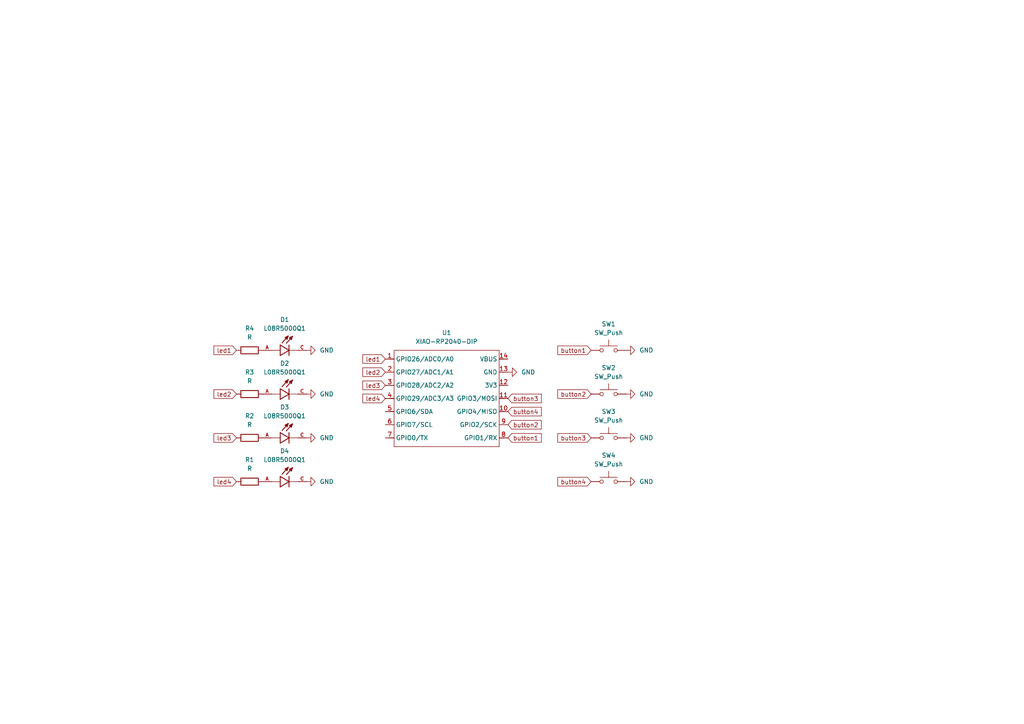
<source format=kicad_sch>
(kicad_sch (version 20250114) (generator "eeschema") (generator_version "9.0")
  (paper "A4")
  (lib_symbols
    (symbol "Device:R" (pin_numbers (hide yes)) (pin_names (offset 0))
      (property "Reference" "R" (at 2.032 0 90))
      (property "Value" "R" (at 0 0 90))
      (symbol "R_0_1"
        (rectangle (start -1.016 -2.54) (end 1.016 2.54) (stroke (width 0.254)))
      )
      (symbol "R_1_1"
        (pin passive line (at 0 3.81 270) (length 1.27) (name "~") (number "1"))
        (pin passive line (at 0 -3.81 90) (length 1.27) (name "~") (number "2"))
      )
    )
    (symbol "L08R5000Q1:L08R5000Q1" (pin_names (offset 1.016))
      (property "Reference" "D" (at -3.0988 4.4958 0))
      (property "Value" "L08R5000Q1" (at -3.556 -3.302 0))
      (symbol "L08R5000Q1_0_0"
        (polyline (pts (xy -2.54 1.524) (xy -2.54 0)) (stroke (width 0.254)))
        (polyline (pts (xy -2.54 0) (xy -5.08 0)) (stroke (width 0.1524)))
        (polyline (pts (xy -2.54 0) (xy -2.54 -1.524)) (stroke (width 0.254)))
        (polyline (pts (xy -2.54 -1.524) (xy 0 0)) (stroke (width 0.254)))
        (polyline (pts (xy -1.1176 3.683) (xy -0.2286 4.1656)) (stroke (width 0.254)))
        (polyline (pts (xy -0.9398 3.6068) (xy -0.7112 3.7592)) (stroke (width 0.254)))
        (polyline (pts (xy -0.5588 3.2004) (xy -1.1176 3.683)) (stroke (width 0.254)))
        (polyline (pts (xy -0.5588 3.2004) (xy -0.5334 3.937)) (stroke (width 0.254)))
        (polyline (pts (xy -0.5334 3.937) (xy -0.6604 3.937)) (stroke (width 0.254)))
        (polyline (pts (xy -0.2286 4.1656) (xy -2.0066 2.1336)) (stroke (width 0.254)))
        (polyline (pts (xy -0.2286 4.1656) (xy -0.5588 3.2004)) (stroke (width 0.254)))
        (polyline (pts (xy 0 1.524) (xy 0 0)) (stroke (width 0.254)))
        (polyline (pts (xy 0 0) (xy -2.54 1.524)) (stroke (width 0.254)))
        (polyline (pts (xy 0 0) (xy 0 -1.524)) (stroke (width 0.254)))
        (polyline (pts (xy 0.127 3.5814) (xy 1.016 4.064)) (stroke (width 0.254)))
        (polyline (pts (xy 0.3048 3.5052) (xy 0.5334 3.6576)) (stroke (width 0.254)))
        (polyline (pts (xy 0.6858 3.0988) (xy 0.127 3.5814)) (stroke (width 0.254)))
        (polyline (pts (xy 0.6858 3.0988) (xy 0.7112 3.8354)) (stroke (width 0.254)))
        (polyline (pts (xy 0.7112 3.8354) (xy 0.5842 3.8354)) (stroke (width 0.254)))
        (polyline (pts (xy 1.016 4.064) (xy -0.762 2.032)) (stroke (width 0.254)))
        (polyline (pts (xy 1.016 4.064) (xy 0.6858 3.0988)) (stroke (width 0.254)))
        (polyline (pts (xy 2.54 0) (xy 0 0)) (stroke (width 0.1524)))
        (pin passive line (at -7.62 0 0) (length 2.54) (name "~") (number "A"))
        (pin passive line (at 5.08 0 180) (length 2.54) (name "~") (number "C"))
      )
    )
    (symbol "Seeed_Studio_XIAO_Series:XIAO-RP2040-DIP"
      (property "Reference" "U" (at 0 0 0))
      (property "Value" "XIAO-RP2040-DIP" (at 5.334 -1.778 0))
      (symbol "XIAO-RP2040-DIP_1_0"
        (polyline (pts (xy -1.27 -2.54) (xy 29.21 -2.54)) (stroke (width 0.1524)))
        (polyline (pts (xy -1.27 -5.08) (xy -2.54 -5.08)) (stroke (width 0.1524)))
        (polyline (pts (xy -1.27 -5.08) (xy -1.27 -2.54)) (stroke (width 0.1524)))
        (polyline (pts (xy -1.27 -8.89) (xy -2.54 -8.89)) (stroke (width 0.1524)))
        (polyline (pts (xy -1.27 -8.89) (xy -1.27 -5.08)) (stroke (width 0.1524)))
        (polyline (pts (xy -1.27 -12.7) (xy -2.54 -12.7)) (stroke (width 0.1524)))
        (polyline (pts (xy -1.27 -12.7) (xy -1.27 -8.89)) (stroke (width 0.1524)))
        (polyline (pts (xy -1.27 -16.51) (xy -2.54 -16.51)) (stroke (width 0.1524)))
        (polyline (pts (xy -1.27 -16.51) (xy -1.27 -12.7)) (stroke (width 0.1524)))
        (polyline (pts (xy -1.27 -20.32) (xy -2.54 -20.32)) (stroke (width 0.1524)))
        (polyline (pts (xy -1.27 -24.13) (xy -2.54 -24.13)) (stroke (width 0.1524)))
        (polyline (pts (xy -1.27 -27.94) (xy -2.54 -27.94)) (stroke (width 0.1524)))
        (polyline (pts (xy -1.27 -30.48) (xy -1.27 -16.51)) (stroke (width 0.1524)))
        (polyline (pts (xy 29.21 -2.54) (xy 29.21 -5.08)) (stroke (width 0.1524)))
        (polyline (pts (xy 29.21 -5.08) (xy 29.21 -8.89)) (stroke (width 0.1524)))
        (polyline (pts (xy 29.21 -8.89) (xy 29.21 -12.7)) (stroke (width 0.1524)))
        (polyline (pts (xy 29.21 -12.7) (xy 29.21 -30.48)) (stroke (width 0.1524)))
        (polyline (pts (xy 29.21 -30.48) (xy -1.27 -30.48)) (stroke (width 0.1524)))
        (polyline (pts (xy 30.48 -5.08) (xy 29.21 -5.08)) (stroke (width 0.1524)))
        (polyline (pts (xy 30.48 -8.89) (xy 29.21 -8.89)) (stroke (width 0.1524)))
        (polyline (pts (xy 30.48 -12.7) (xy 29.21 -12.7)) (stroke (width 0.1524)))
        (polyline (pts (xy 30.48 -16.51) (xy 29.21 -16.51)) (stroke (width 0.1524)))
        (polyline (pts (xy 30.48 -20.32) (xy 29.21 -20.32)) (stroke (width 0.1524)))
        (polyline (pts (xy 30.48 -24.13) (xy 29.21 -24.13)) (stroke (width 0.1524)))
        (polyline (pts (xy 30.48 -27.94) (xy 29.21 -27.94)) (stroke (width 0.1524)))
        (pin passive line (at -3.81 -5.08 0) (length 2.54) (name "GPIO26/ADC0/A0") (number "1"))
        (pin passive line (at -3.81 -8.89 0) (length 2.54) (name "GPIO27/ADC1/A1") (number "2"))
        (pin passive line (at -3.81 -12.7 0) (length 2.54) (name "GPIO28/ADC2/A2") (number "3"))
        (pin passive line (at -3.81 -16.51 0) (length 2.54) (name "GPIO29/ADC3/A3") (number "4"))
        (pin passive line (at -3.81 -20.32 0) (length 2.54) (name "GPIO6/SDA") (number "5"))
        (pin passive line (at -3.81 -24.13 0) (length 2.54) (name "GPIO7/SCL") (number "6"))
        (pin passive line (at -3.81 -27.94 0) (length 2.54) (name "GPIO0/TX") (number "7"))
        (pin passive line (at 31.75 -5.08 180) (length 2.54) (name "VBUS") (number "14"))
        (pin passive line (at 31.75 -8.89 180) (length 2.54) (name "GND") (number "13"))
        (pin passive line (at 31.75 -12.7 180) (length 2.54) (name "3V3") (number "12"))
        (pin passive line (at 31.75 -16.51 180) (length 2.54) (name "GPIO3/MOSI") (number "11"))
        (pin passive line (at 31.75 -20.32 180) (length 2.54) (name "GPIO4/MISO") (number "10"))
        (pin passive line (at 31.75 -24.13 180) (length 2.54) (name "GPIO2/SCK") (number "9"))
        (pin passive line (at 31.75 -27.94 180) (length 2.54) (name "GPIO1/RX") (number "8"))
      )
    )
    (symbol "Switch:SW_Push" (pin_numbers (hide yes)) (pin_names (offset 1.016) (hide yes))
      (property "Reference" "SW" (at 1.27 2.54 0))
      (property "Value" "SW_Push" (at 0 -1.524 0))
      (symbol "SW_Push_0_1"
        (circle (center -2.032 0) (radius 0.508))
        (polyline (pts (xy 0 1.27) (xy 0 3.048)))
        (circle (center 2.032 0) (radius 0.508))
        (polyline (pts (xy 2.54 1.27) (xy -2.54 1.27)))
        (pin passive line (at -5.08 0 0) (length 2.54) (name "1") (number "1"))
        (pin passive line (at 5.08 0 180) (length 2.54) (name "2") (number "2"))
      )
    )
    (symbol "power:GND" (power) (pin_numbers (hide yes)) (pin_names (offset 0) (hide yes))
      (property "Value" "GND" (at 0 -3.81 0))
      (symbol "GND_0_1"
        (polyline (pts (xy 0 0) (xy 0 -1.27) (xy 1.27 -1.27) (xy 0 -2.54) (xy -1.27 -1.27) (xy 0 -1.27)))
      )
      (symbol "GND_1_1"
        (pin power_in line (at 0 0 270) (length 0) (name "~") (number "1"))
      )
    )
  )
  (global_label "button1" (shape input) (at 171.45 101.6 180) (property "Intersheetrefs" "${INTERSHEET_REFS}" (effects (hide yes))))
  (global_label "button3" (shape input) (at 171.45 127 180) (property "Intersheetrefs" "${INTERSHEET_REFS}" (effects (hide yes))))
  (global_label "led3" (shape input) (at 111.76 111.76 180) (property "Intersheetrefs" "${INTERSHEET_REFS}" (effects (hide yes))))
  (global_label "led4" (shape input) (at 68.58 139.7 180) (property "Intersheetrefs" "${INTERSHEET_REFS}" (effects (hide yes))))
  (global_label "button1" (shape input) (at 147.32 127 0) (property "Intersheetrefs" "${INTERSHEET_REFS}" (effects (hide yes))))
  (global_label "led2" (shape input) (at 68.58 114.3 180) (property "Intersheetrefs" "${INTERSHEET_REFS}" (effects (hide yes))))
  (global_label "led3" (shape input) (at 68.58 127 180) (property "Intersheetrefs" "${INTERSHEET_REFS}" (effects (hide yes))))
  (global_label "button3" (shape input) (at 147.32 115.57 0) (property "Intersheetrefs" "${INTERSHEET_REFS}" (effects (hide yes))))
  (global_label "button2" (shape input) (at 171.45 114.3 180) (property "Intersheetrefs" "${INTERSHEET_REFS}" (effects (hide yes))))
  (global_label "button4" (shape input) (at 171.45 139.7 180) (property "Intersheetrefs" "${INTERSHEET_REFS}" (effects (hide yes))))
  (global_label "led1" (shape input) (at 111.76 104.14 180) (property "Intersheetrefs" "${INTERSHEET_REFS}" (effects (hide yes))))
  (global_label "led1" (shape input) (at 68.58 101.6 180) (property "Intersheetrefs" "${INTERSHEET_REFS}" (effects (hide yes))))
  (global_label "led4" (shape input) (at 111.76 115.57 180) (property "Intersheetrefs" "${INTERSHEET_REFS}" (effects (hide yes))))
  (global_label "button4" (shape input) (at 147.32 119.38 0) (property "Intersheetrefs" "${INTERSHEET_REFS}" (effects (hide yes))))
  (global_label "button2" (shape input) (at 147.32 123.19 0) (property "Intersheetrefs" "${INTERSHEET_REFS}" (effects (hide yes))))
  (global_label "led2" (shape input) (at 111.76 107.95 180) (property "Intersheetrefs" "${INTERSHEET_REFS}" (effects (hide yes))))
  (symbol (lib_id "L08R5000Q1:L08R5000Q1") (at 83.82 101.6 0) (unit 1)
    (property "Reference" "D1" (at 82.55 92.71 0))
    (property "Value" "L08R5000Q1" (at 82.55 95.25 0))
    (property "Footprint" "extra custom thing:LEDRD254W57D500H1070" (effects (hide yes)))
    (property "MF" "LED Technology" (effects (hide yes)))
    (property "MAXIMUM_PACKAGE_HEIGHT" "10.7mm" (effects (hide yes)))
    (property "Package" "None" (effects (hide yes)))
    (property "Price" "None" (effects (hide yes)))
    (property "Check_prices" "https://www.snapeda.com/parts/L08R5000Q1/LED+Technology/view-part/?ref=eda" (effects (hide yes)))
    (property "STANDARD" "IPC-7351B" (effects (hide yes)))
    (property "PARTREV" "NA" (effects (hide yes)))
    (property "SnapEDA_Link" "https://www.snapeda.com/parts/L08R5000Q1/LED+Technology/view-part/?ref=snap" (effects (hide yes)))
    (property "MP" "L08R5000Q1" (effects (hide yes)))
    (property "Description_1" "LED, 5MM, ORANGE; LED / Lamp Size: 5mm / T-1 3/4; LED Colour: Orange; Typ Luminous Intensity: 4.3mcd; Viewing Angle: ..." (effects (hide yes)))
    (property "Availability" "Not in stock" (effects (hide yes)))
    (property "MANUFACTURER" "LED TECHNOLOGY" (effects (hide yes)))
  )
  (symbol (lib_id "power:GND") (at 88.9 127 90) (unit 1)
    (property "Reference" "#PWR04" (effects (hide yes)))
    (property "Value" "GND" (at 92.71 126.9999 90) (effects (justify right)))
    (property "Description" "Power symbol creates a global label with name \"GND\" , ground" (effects (hide yes)))
  )
  (symbol (lib_id "L08R5000Q1:L08R5000Q1") (at 83.82 127 0) (unit 1)
    (property "Reference" "D3" (at 82.55 118.11 0))
    (property "Value" "L08R5000Q1" (at 82.55 120.65 0))
    (property "Footprint" "extra custom thing:LEDRD254W57D500H1070" (effects (hide yes)))
    (property "MF" "LED Technology" (effects (hide yes)))
    (property "MAXIMUM_PACKAGE_HEIGHT" "10.7mm" (effects (hide yes)))
    (property "Package" "None" (effects (hide yes)))
    (property "Price" "None" (effects (hide yes)))
    (property "Check_prices" "https://www.snapeda.com/parts/L08R5000Q1/LED+Technology/view-part/?ref=eda" (effects (hide yes)))
    (property "STANDARD" "IPC-7351B" (effects (hide yes)))
    (property "PARTREV" "NA" (effects (hide yes)))
    (property "SnapEDA_Link" "https://www.snapeda.com/parts/L08R5000Q1/LED+Technology/view-part/?ref=snap" (effects (hide yes)))
    (property "MP" "L08R5000Q1" (effects (hide yes)))
    (property "Description_1" "LED, 5MM, ORANGE; LED / Lamp Size: 5mm / T-1 3/4; LED Colour: Orange; Typ Luminous Intensity: 4.3mcd; Viewing Angle: ..." (effects (hide yes)))
    (property "Availability" "Not in stock" (effects (hide yes)))
    (property "MANUFACTURER" "LED TECHNOLOGY" (effects (hide yes)))
  )
  (symbol (lib_id "power:GND") (at 181.61 139.7 90) (unit 1)
    (property "Reference" "#PWR06" (effects (hide yes)))
    (property "Value" "GND" (at 185.42 139.6999 90) (effects (justify right)))
    (property "Description" "Power symbol creates a global label with name \"GND\" , ground" (effects (hide yes)))
  )
  (symbol (lib_id "Device:R") (at 72.39 139.7 90) (unit 1)
    (property "Reference" "R1" (at 72.39 133.35 90))
    (property "Value" "R" (at 72.39 135.89 90))
    (property "Footprint" "Resistor_THT:R_Axial_DIN0204_L3.6mm_D1.6mm_P5.08mm_Horizontal" (effects (hide yes)))
    (property "Description" "Resistor" (effects (hide yes)))
  )
  (symbol (lib_id "power:GND") (at 181.61 114.3 90) (unit 1)
    (property "Reference" "#PWR08" (effects (hide yes)))
    (property "Value" "GND" (at 185.42 114.2999 90) (effects (justify right)))
    (property "Description" "Power symbol creates a global label with name \"GND\" , ground" (effects (hide yes)))
  )
  (symbol (lib_id "Device:R") (at 72.39 101.6 90) (unit 1)
    (property "Reference" "R4" (at 72.39 95.25 90))
    (property "Value" "R" (at 72.39 97.79 90))
    (property "Footprint" "Resistor_THT:R_Axial_DIN0204_L3.6mm_D1.6mm_P5.08mm_Horizontal" (effects (hide yes)))
    (property "Description" "Resistor" (effects (hide yes)))
  )
  (symbol (lib_id "Device:R") (at 72.39 114.3 90) (unit 1)
    (property "Reference" "R3" (at 72.39 107.95 90))
    (property "Value" "R" (at 72.39 110.49 90))
    (property "Footprint" "Resistor_THT:R_Axial_DIN0204_L3.6mm_D1.6mm_P5.08mm_Horizontal" (effects (hide yes)))
    (property "Description" "Resistor" (effects (hide yes)))
  )
  (symbol (lib_id "Switch:SW_Push") (at 176.53 114.3 0) (unit 1)
    (property "Reference" "SW2" (at 176.53 106.68 0))
    (property "Value" "SW_Push" (at 176.53 109.22 0))
    (property "Footprint" "Button_Switch_Keyboard:SW_Cherry_MX_1.00u_PCB" (effects (hide yes)))
    (property "Description" "Push button switch, generic, two pins" (effects (hide yes)))
  )
  (symbol (lib_id "Switch:SW_Push") (at 176.53 101.6 0) (unit 1)
    (property "Reference" "SW1" (at 176.53 93.98 0))
    (property "Value" "SW_Push" (at 176.53 96.52 0))
    (property "Footprint" "Button_Switch_Keyboard:SW_Cherry_MX_1.00u_PCB" (effects (hide yes)))
    (property "Description" "Push button switch, generic, two pins" (effects (hide yes)))
  )
  (symbol (lib_id "power:GND") (at 181.61 101.6 90) (unit 1)
    (property "Reference" "#PWR09" (effects (hide yes)))
    (property "Value" "GND" (at 185.42 101.5999 90) (effects (justify right)))
    (property "Description" "Power symbol creates a global label with name \"GND\" , ground" (effects (hide yes)))
  )
  (symbol (lib_id "power:GND") (at 88.9 101.6 90) (unit 1)
    (property "Reference" "#PWR02" (effects (hide yes)))
    (property "Value" "GND" (at 92.71 101.5999 90) (effects (justify right)))
    (property "Description" "Power symbol creates a global label with name \"GND\" , ground" (effects (hide yes)))
  )
  (symbol (lib_id "Device:R") (at 72.39 127 90) (unit 1)
    (property "Reference" "R2" (at 72.39 120.65 90))
    (property "Value" "R" (at 72.39 123.19 90))
    (property "Footprint" "Resistor_THT:R_Axial_DIN0204_L3.6mm_D1.6mm_P5.08mm_Horizontal" (effects (hide yes)))
    (property "Description" "Resistor" (effects (hide yes)))
  )
  (symbol (lib_id "power:GND") (at 147.32 107.95 90) (unit 1)
    (property "Reference" "#PWR01" (effects (hide yes)))
    (property "Value" "GND" (at 151.13 107.9499 90) (effects (justify right)))
    (property "Description" "Power symbol creates a global label with name \"GND\" , ground" (effects (hide yes)))
  )
  (symbol (lib_id "Seeed_Studio_XIAO_Series:XIAO-RP2040-DIP") (at 115.57 99.06 0) (unit 1)
    (property "Reference" "U1" (at 129.54 96.52 0))
    (property "Value" "XIAO-RP2040-DIP" (at 129.54 99.06 0))
    (property "Footprint" "Seeed Studio XIAO Series Library:XIAO-RP2040-DIP" (effects (hide yes)))
  )
  (symbol (lib_id "power:GND") (at 88.9 114.3 90) (unit 1)
    (property "Reference" "#PWR03" (effects (hide yes)))
    (property "Value" "GND" (at 92.71 114.2999 90) (effects (justify right)))
    (property "Description" "Power symbol creates a global label with name \"GND\" , ground" (effects (hide yes)))
  )
  (symbol (lib_id "Switch:SW_Push") (at 176.53 127 0) (unit 1)
    (property "Reference" "SW3" (at 176.53 119.38 0))
    (property "Value" "SW_Push" (at 176.53 121.92 0))
    (property "Footprint" "Button_Switch_Keyboard:SW_Cherry_MX_1.00u_PCB" (effects (hide yes)))
    (property "Description" "Push button switch, generic, two pins" (effects (hide yes)))
  )
  (symbol (lib_id "Switch:SW_Push") (at 176.53 139.7 0) (unit 1)
    (property "Reference" "SW4" (at 176.53 132.08 0))
    (property "Value" "SW_Push" (at 176.53 134.62 0))
    (property "Footprint" "Button_Switch_Keyboard:SW_Cherry_MX_1.00u_PCB" (effects (hide yes)))
    (property "Description" "Push button switch, generic, two pins" (effects (hide yes)))
  )
  (symbol (lib_id "power:GND") (at 181.61 127 90) (unit 1)
    (property "Reference" "#PWR07" (effects (hide yes)))
    (property "Value" "GND" (at 185.42 126.9999 90) (effects (justify right)))
    (property "Description" "Power symbol creates a global label with name \"GND\" , ground" (effects (hide yes)))
  )
  (symbol (lib_id "L08R5000Q1:L08R5000Q1") (at 83.82 114.3 0) (unit 1)
    (property "Reference" "D2" (at 82.55 105.41 0))
    (property "Value" "L08R5000Q1" (at 82.55 107.95 0))
    (property "Footprint" "extra custom thing:LEDRD254W57D500H1070" (effects (hide yes)))
    (property "MF" "LED Technology" (effects (hide yes)))
    (property "MAXIMUM_PACKAGE_HEIGHT" "10.7mm" (effects (hide yes)))
    (property "Package" "None" (effects (hide yes)))
    (property "Price" "None" (effects (hide yes)))
    (property "Check_prices" "https://www.snapeda.com/parts/L08R5000Q1/LED+Technology/view-part/?ref=eda" (effects (hide yes)))
    (property "STANDARD" "IPC-7351B" (effects (hide yes)))
    (property "PARTREV" "NA" (effects (hide yes)))
    (property "SnapEDA_Link" "https://www.snapeda.com/parts/L08R5000Q1/LED+Technology/view-part/?ref=snap" (effects (hide yes)))
    (property "MP" "L08R5000Q1" (effects (hide yes)))
    (property "Description_1" "LED, 5MM, ORANGE; LED / Lamp Size: 5mm / T-1 3/4; LED Colour: Orange; Typ Luminous Intensity: 4.3mcd; Viewing Angle: ..." (effects (hide yes)))
    (property "Availability" "Not in stock" (effects (hide yes)))
    (property "MANUFACTURER" "LED TECHNOLOGY" (effects (hide yes)))
  )
  (symbol (lib_id "power:GND") (at 88.9 139.7 90) (unit 1)
    (property "Reference" "#PWR05" (effects (hide yes)))
    (property "Value" "GND" (at 92.71 139.6999 90) (effects (justify right)))
    (property "Description" "Power symbol creates a global label with name \"GND\" , ground" (effects (hide yes)))
  )
  (symbol (lib_id "L08R5000Q1:L08R5000Q1") (at 83.82 139.7 0) (unit 1)
    (property "Reference" "D4" (at 82.55 130.81 0))
    (property "Value" "L08R5000Q1" (at 82.55 133.35 0))
    (property "Footprint" "extra custom thing:LEDRD254W57D500H1070" (effects (hide yes)))
    (property "MF" "LED Technology" (effects (hide yes)))
    (property "MAXIMUM_PACKAGE_HEIGHT" "10.7mm" (effects (hide yes)))
    (property "Package" "None" (effects (hide yes)))
    (property "Price" "None" (effects (hide yes)))
    (property "Check_prices" "https://www.snapeda.com/parts/L08R5000Q1/LED+Technology/view-part/?ref=eda" (effects (hide yes)))
    (property "STANDARD" "IPC-7351B" (effects (hide yes)))
    (property "PARTREV" "NA" (effects (hide yes)))
    (property "SnapEDA_Link" "https://www.snapeda.com/parts/L08R5000Q1/LED+Technology/view-part/?ref=snap" (effects (hide yes)))
    (property "MP" "L08R5000Q1" (effects (hide yes)))
    (property "Description_1" "LED, 5MM, ORANGE; LED / Lamp Size: 5mm / T-1 3/4; LED Colour: Orange; Typ Luminous Intensity: 4.3mcd; Viewing Angle: ..." (effects (hide yes)))
    (property "Availability" "Not in stock" (effects (hide yes)))
    (property "MANUFACTURER" "LED TECHNOLOGY" (effects (hide yes)))
  )
)
</source>
